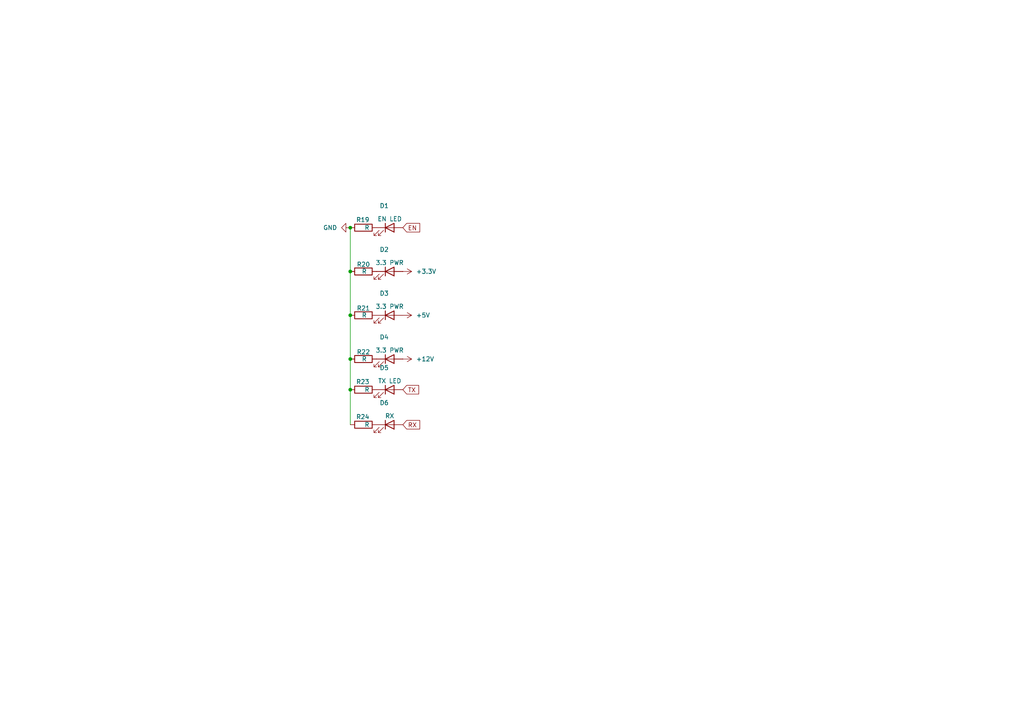
<source format=kicad_sch>
(kicad_sch (version 20231120) (generator "eeschema") (generator_version "8.0")
  (paper "A4")
  (lib_symbols
    (symbol "Device:LED" (pin_numbers hide) (pin_names (offset 1.016) hide)
      (property "Reference" "D" (at 0 2.54 0))
      (property "Value" "LED" (at 0 -2.54 0))
      (symbol "LED_0_1"
        (polyline (pts (xy -1.27 -1.27) (xy -1.27 1.27)) (stroke (width 0.254)))
        (polyline (pts (xy -1.27 0) (xy 1.27 0)))
        (polyline (pts (xy 1.27 -1.27) (xy 1.27 1.27) (xy -1.27 0) (xy 1.27 -1.27)) (stroke (width 0.254)))
        (polyline (pts (xy -3.048 -0.762) (xy -4.572 -2.286) (xy -3.81 -2.286) (xy -4.572 -2.286) (xy -4.572 -1.524)))
        (polyline (pts (xy -1.778 -0.762) (xy -3.302 -2.286) (xy -2.54 -2.286) (xy -3.302 -2.286) (xy -3.302 -1.524)))
      )
      (symbol "LED_1_1"
        (pin passive line (at -3.81 0 0) (length 2.54) (name "K") (number "1"))
        (pin passive line (at 3.81 0 180) (length 2.54) (name "A") (number "2"))
      )
    )
    (symbol "Device:R" (pin_numbers hide) (pin_names (offset 0))
      (property "Reference" "R" (at 2.032 0 90))
      (property "Value" "R" (at 0 0 90))
      (symbol "R_0_1"
        (rectangle (start -1.016 -2.54) (end 1.016 2.54) (stroke (width 0.254)))
      )
      (symbol "R_1_1"
        (pin passive line (at 0 3.81 270) (length 1.27) (name "~") (number "1"))
        (pin passive line (at 0 -3.81 90) (length 1.27) (name "~") (number "2"))
      )
    )
    (symbol "power:+12V" (power) (pin_numbers hide) (pin_names (offset 0) hide)
      (property "Value" "+12V" (at 0 3.556 0))
      (symbol "+12V_0_1"
        (polyline (pts (xy -0.762 1.27) (xy 0 2.54)))
        (polyline (pts (xy 0 0) (xy 0 2.54)))
        (polyline (pts (xy 0 2.54) (xy 0.762 1.27)))
      )
      (symbol "+12V_1_1"
        (pin power_in line (at 0 0 90) (length 0) (name "~") (number "1"))
      )
    )
    (symbol "power:+3.3V" (power) (pin_numbers hide) (pin_names (offset 0) hide)
      (property "Value" "+3.3V" (at 0 3.556 0))
      (symbol "+3.3V_0_1"
        (polyline (pts (xy -0.762 1.27) (xy 0 2.54)))
        (polyline (pts (xy 0 0) (xy 0 2.54)))
        (polyline (pts (xy 0 2.54) (xy 0.762 1.27)))
      )
      (symbol "+3.3V_1_1"
        (pin power_in line (at 0 0 90) (length 0) (name "~") (number "1"))
      )
    )
    (symbol "power:+5V" (power) (pin_numbers hide) (pin_names (offset 0) hide)
      (property "Value" "+5V" (at 0 3.556 0))
      (symbol "+5V_0_1"
        (polyline (pts (xy -0.762 1.27) (xy 0 2.54)))
        (polyline (pts (xy 0 0) (xy 0 2.54)))
        (polyline (pts (xy 0 2.54) (xy 0.762 1.27)))
      )
      (symbol "+5V_1_1"
        (pin power_in line (at 0 0 90) (length 0) (name "~") (number "1"))
      )
    )
    (symbol "power:GND" (power) (pin_numbers hide) (pin_names (offset 0) hide)
      (property "Value" "GND" (at 0 -3.81 0))
      (symbol "GND_0_1"
        (polyline (pts (xy 0 0) (xy 0 -1.27) (xy 1.27 -1.27) (xy 0 -2.54) (xy -1.27 -1.27) (xy 0 -1.27)))
      )
      (symbol "GND_1_1"
        (pin power_in line (at 0 0 270) (length 0) (name "~") (number "1"))
      )
    )
  )
  (junction (at 101.6 66.04))
  (junction (at 101.6 91.44))
  (junction (at 101.6 113.03))
  (junction (at 101.6 78.74))
  (junction (at 101.6 104.14))
  (wire (pts (xy 101.6 66.04) (xy 101.6 78.74)))
  (wire (pts (xy 101.6 78.74) (xy 101.6 91.44)))
  (wire (pts (xy 101.6 91.44) (xy 101.6 104.14)))
  (wire (pts (xy 101.6 104.14) (xy 101.6 113.03)))
  (wire (pts (xy 101.6 113.03) (xy 101.6 123.19)))
  (global_label "RX" (shape input) (at 116.84 123.19 0) (property "Intersheetrefs" "${INTERSHEET_REFS}" (effects (hide yes))))
  (global_label "EN" (shape input) (at 116.84 66.04 0) (property "Intersheetrefs" "${INTERSHEET_REFS}" (effects (hide yes))))
  (global_label "TX" (shape input) (at 116.84 113.03 0) (property "Intersheetrefs" "${INTERSHEET_REFS}" (effects (hide yes))))
  (symbol (lib_id "Device:R") (at 105.41 91.44 90) (unit 1)
    (property "Reference" "R21" (at 105.41 89.408 90))
    (property "Value" "R" (at 105.664 91.44 90))
    (property "Description" "Resistor" (effects (hide yes)))
  )
  (symbol (lib_id "Device:LED") (at 113.03 78.74 0) (unit 1)
    (property "Reference" "D2" (at 111.4425 72.39 0))
    (property "Value" "3.3 PWR" (at 113.03 76.2 0))
    (property "Description" "Light emitting diode" (effects (hide yes)))
  )
  (symbol (lib_id "Device:R") (at 105.41 113.03 90) (unit 1)
    (property "Reference" "R23" (at 107.188 110.744 90) (effects (justify left)))
    (property "Value" "R" (at 107.188 113.03 90) (effects (justify left)))
    (property "Footprint" "Resistor_SMD:R_0805_2012Metric" (effects (hide yes)))
    (property "Description" "Resistor" (effects (hide yes)))
    (property "LCSC Part #" "C17513" (effects (hide yes)))
  )
  (symbol (lib_id "Device:LED") (at 113.03 123.19 0) (unit 1)
    (property "Reference" "D6" (at 111.4425 116.84 0))
    (property "Value" "RX" (at 113.03 120.65 0))
    (property "Description" "Light emitting diode" (effects (hide yes)))
  )
  (symbol (lib_id "Device:LED") (at 113.03 66.04 0) (unit 1)
    (property "Reference" "D1" (at 111.4425 59.69 0))
    (property "Value" "EN LED" (at 113.03 63.5 0))
    (property "Description" "Light emitting diode" (effects (hide yes)))
  )
  (symbol (lib_id "Device:R") (at 105.41 123.19 90) (unit 1)
    (property "Reference" "R24" (at 107.188 120.904 90) (effects (justify left)))
    (property "Value" "R" (at 107.188 123.19 90) (effects (justify left)))
    (property "Footprint" "Resistor_SMD:R_0805_2012Metric" (effects (hide yes)))
    (property "Description" "Resistor" (effects (hide yes)))
    (property "LCSC Part #" "C17513" (effects (hide yes)))
  )
  (symbol (lib_id "Device:LED") (at 113.03 91.44 0) (unit 1)
    (property "Reference" "D3" (at 111.4425 85.09 0))
    (property "Value" "3.3 PWR" (at 113.03 88.9 0))
    (property "Description" "Light emitting diode" (effects (hide yes)))
  )
  (symbol (lib_id "power:+3.3V") (at 116.84 78.74 270) (unit 1)
    (property "Reference" "#PWR033" (effects (hide yes)))
    (property "Value" "+3.3V" (at 120.65 78.7399 90) (effects (justify left)))
    (property "Description" "Power symbol creates a global label with name \"+3.3V\"" (effects (hide yes)))
  )
  (symbol (lib_id "Device:R") (at 105.41 104.14 90) (unit 1)
    (property "Reference" "R22" (at 105.41 102.108 90))
    (property "Value" "R" (at 105.664 104.14 90))
    (property "Description" "Resistor" (effects (hide yes)))
  )
  (symbol (lib_id "power:+12V") (at 116.84 104.14 270) (unit 1)
    (property "Reference" "#PWR040" (effects (hide yes)))
    (property "Value" "+12V" (at 120.65 104.1399 90) (effects (justify left)))
    (property "Description" "Power symbol creates a global label with name \"+12V\"" (effects (hide yes)))
  )
  (symbol (lib_id "Device:LED") (at 113.03 104.14 0) (unit 1)
    (property "Reference" "D4" (at 111.4425 97.79 0))
    (property "Value" "3.3 PWR" (at 113.03 101.6 0))
    (property "Description" "Light emitting diode" (effects (hide yes)))
  )
  (symbol (lib_id "power:+5V") (at 116.84 91.44 270) (unit 1)
    (property "Reference" "#PWR039" (effects (hide yes)))
    (property "Value" "+5V" (at 120.65 91.4399 90) (effects (justify left)))
    (property "Description" "Power symbol creates a global label with name \"+5V\"" (effects (hide yes)))
  )
  (symbol (lib_id "power:GND") (at 101.6 66.04 270) (unit 1)
    (property "Reference" "#PWR027" (effects (hide yes)))
    (property "Value" "GND" (at 97.79 66.0399 90) (effects (justify right)))
    (property "Description" "Power symbol creates a global label with name \"GND\" , ground" (effects (hide yes)))
  )
  (symbol (lib_id "Device:R") (at 105.41 66.04 90) (unit 1)
    (property "Reference" "R19" (at 107.188 63.754 90) (effects (justify left)))
    (property "Value" "R" (at 107.188 66.04 90) (effects (justify left)))
    (property "Footprint" "Resistor_SMD:R_0805_2012Metric" (effects (hide yes)))
    (property "Description" "Resistor" (effects (hide yes)))
    (property "LCSC Part #" "C17513" (effects (hide yes)))
  )
  (symbol (lib_id "Device:LED") (at 113.03 113.03 0) (unit 1)
    (property "Reference" "D5" (at 111.4425 106.68 0))
    (property "Value" "TX LED" (at 113.03 110.49 0))
    (property "Description" "Light emitting diode" (effects (hide yes)))
  )
  (symbol (lib_id "Device:R") (at 105.41 78.74 90) (unit 1)
    (property "Reference" "R20" (at 105.41 76.708 90))
    (property "Value" "R" (at 105.664 78.74 90))
    (property "Description" "Resistor" (effects (hide yes)))
  )
)
</source>
